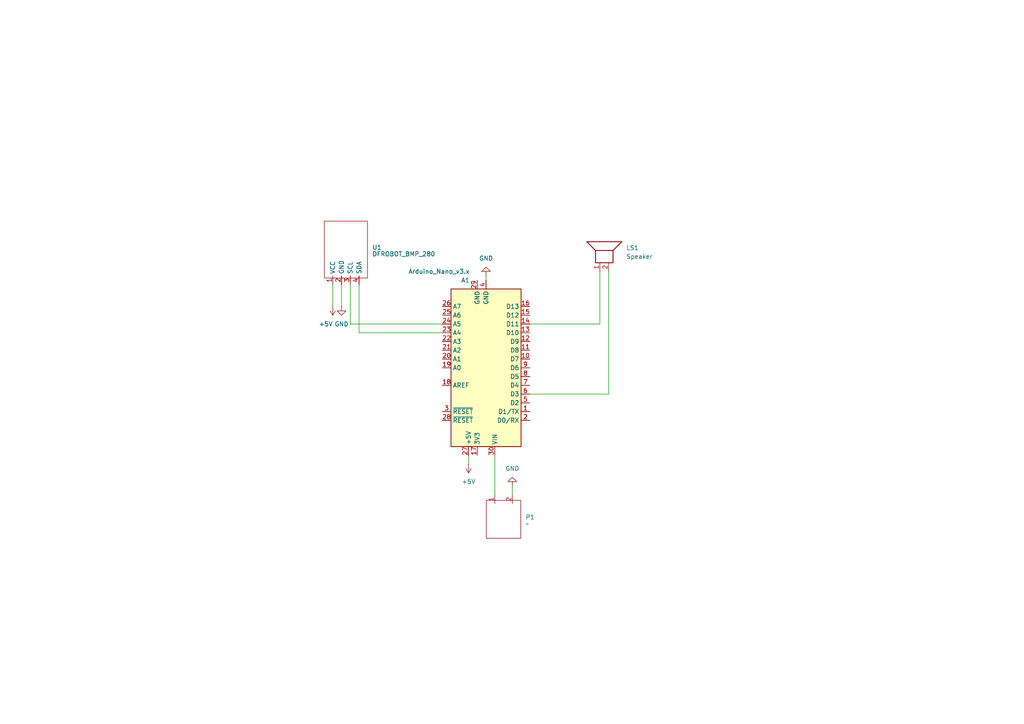
<source format=kicad_sch>
(kicad_sch (version 20231120) (generator "eeschema") (generator_version "8.0")
  (paper "A4")
  (title_block (title "ARDI ") (date "2024-07-05") (rev "A") (comment 4 "Author: Marcus Hickel"))
  (lib_symbols
    (symbol "Ardi:DFRobot_BMP280"
      (property "Reference" "U" (at -7.62 7.366 0))
      (symbol "DFRobot_BMP280_0_1"
        (rectangle (start 8.25 6.25) (end -8.25 -6.25))
      )
      (symbol "DFRobot_BMP280_1_1"
        (pin input line (at -10.16 3.81 0) (length 2.54) (name "VCC") (number "1"))
        (pin input line (at -10.16 1.27 0) (length 2.54) (name "GND") (number "2"))
        (pin input line (at -10.16 -1.27 0) (length 2.54) (name "SCL") (number "3"))
        (pin input line (at -10.16 -3.81 0) (length 2.54) (name "SDA") (number "4"))
      )
    )
    (symbol "Ardi:TERM_BLOCK_HDR_2POS_90DEG_5MM"
      (property "Reference" "P" (at -4.318 7.112 0))
      (symbol "TERM_BLOCK_HDR_2POS_90DEG_5MM_0_1"
        (rectangle (start -5 6) (end 5 -5))
      )
      (symbol "TERM_BLOCK_HDR_2POS_90DEG_5MM_1_1"
        (pin input line (at -2.54 7.62 270) (length 2.54) (name "") (number "1"))
        (pin input line (at 2.54 7.62 270) (length 2.54) (name "") (number "2"))
      )
    )
    (symbol "Device:Speaker" (pin_names (offset 0) hide)
      (property "Reference" "LS" (at 1.27 5.715 0))
      (property "Value" "Speaker" (at 1.27 3.81 0))
      (symbol "Speaker_0_0"
        (rectangle (start -2.54 1.27) (end 1.016 -3.81) (stroke (width 0.254)))
        (polyline (pts (xy 1.016 1.27) (xy 3.556 3.81) (xy 3.556 -6.35) (xy 1.016 -3.81)) (stroke (width 0.254)))
      )
      (symbol "Speaker_1_1"
        (pin input line (at -5.08 0 0) (length 2.54) (name "1") (number "1"))
        (pin input line (at -5.08 -2.54 0) (length 2.54) (name "2") (number "2"))
      )
    )
    (symbol "MCU_Module:Arduino_Nano_v3.x"
      (property "Reference" "A" (at -10.16 23.495 0))
      (property "Value" "Arduino_Nano_v3.x" (at 5.08 -24.13 0))
      (symbol "Arduino_Nano_v3.x_0_1"
        (rectangle (start -10.16 22.86) (end 10.16 -22.86) (stroke (width 0.254)) (fill (type background)))
      )
      (symbol "Arduino_Nano_v3.x_1_1"
        (pin bidirectional line (at -12.7 12.7 0) (length 2.54) (name "D1/TX") (number "1"))
        (pin bidirectional line (at -12.7 -2.54 0) (length 2.54) (name "D7") (number "10"))
        (pin bidirectional line (at -12.7 -5.08 0) (length 2.54) (name "D8") (number "11"))
        (pin bidirectional line (at -12.7 -7.62 0) (length 2.54) (name "D9") (number "12"))
        (pin bidirectional line (at -12.7 -10.16 0) (length 2.54) (name "D10") (number "13"))
        (pin bidirectional line (at -12.7 -12.7 0) (length 2.54) (name "D11") (number "14"))
        (pin bidirectional line (at -12.7 -15.24 0) (length 2.54) (name "D12") (number "15"))
        (pin bidirectional line (at -12.7 -17.78 0) (length 2.54) (name "D13") (number "16"))
        (pin power_out line (at 2.54 25.4 270) (length 2.54) (name "3V3") (number "17"))
        (pin input line (at 12.7 5.08 180) (length 2.54) (name "AREF") (number "18"))
        (pin bidirectional line (at 12.7 0 180) (length 2.54) (name "A0") (number "19"))
        (pin bidirectional line (at -12.7 15.24 0) (length 2.54) (name "D0/RX") (number "2"))
        (pin bidirectional line (at 12.7 -2.54 180) (length 2.54) (name "A1") (number "20"))
        (pin bidirectional line (at 12.7 -5.08 180) (length 2.54) (name "A2") (number "21"))
        (pin bidirectional line (at 12.7 -7.62 180) (length 2.54) (name "A3") (number "22"))
        (pin bidirectional line (at 12.7 -10.16 180) (length 2.54) (name "A4") (number "23"))
        (pin bidirectional line (at 12.7 -12.7 180) (length 2.54) (name "A5") (number "24"))
        (pin bidirectional line (at 12.7 -15.24 180) (length 2.54) (name "A6") (number "25"))
        (pin bidirectional line (at 12.7 -17.78 180) (length 2.54) (name "A7") (number "26"))
        (pin power_out line (at 5.08 25.4 270) (length 2.54) (name "+5V") (number "27"))
        (pin input line (at 12.7 15.24 180) (length 2.54) (name "~{RESET}") (number "28"))
        (pin power_in line (at 2.54 -25.4 90) (length 2.54) (name "GND") (number "29"))
        (pin input line (at 12.7 12.7 180) (length 2.54) (name "~{RESET}") (number "3"))
        (pin power_in line (at -2.54 25.4 270) (length 2.54) (name "VIN") (number "30"))
        (pin power_in line (at 0 -25.4 90) (length 2.54) (name "GND") (number "4"))
        (pin bidirectional line (at -12.7 10.16 0) (length 2.54) (name "D2") (number "5"))
        (pin bidirectional line (at -12.7 7.62 0) (length 2.54) (name "D3") (number "6"))
        (pin bidirectional line (at -12.7 5.08 0) (length 2.54) (name "D4") (number "7"))
        (pin bidirectional line (at -12.7 2.54 0) (length 2.54) (name "D5") (number "8"))
        (pin bidirectional line (at -12.7 0 0) (length 2.54) (name "D6") (number "9"))
      )
    )
    (symbol "power:+5V" (power) (pin_numbers hide) (pin_names (offset 0) hide)
      (property "Value" "+5V" (at 0 3.556 0))
      (symbol "+5V_0_1"
        (polyline (pts (xy -0.762 1.27) (xy 0 2.54)))
        (polyline (pts (xy 0 0) (xy 0 2.54)))
        (polyline (pts (xy 0 2.54) (xy 0.762 1.27)))
      )
      (symbol "+5V_1_1"
        (pin power_in line (at 0 0 90) (length 0) (name "~") (number "1"))
      )
    )
    (symbol "power:GND" (power) (pin_numbers hide) (pin_names (offset 0) hide)
      (property "Value" "GND" (at 0 -3.81 0))
      (symbol "GND_0_1"
        (polyline (pts (xy 0 0) (xy 0 -1.27) (xy 1.27 -1.27) (xy 0 -2.54) (xy -1.27 -1.27) (xy 0 -1.27)))
      )
      (symbol "GND_1_1"
        (pin power_in line (at 0 0 270) (length 0) (name "~") (number "1"))
      )
    )
  )
  (wire (pts (xy 140.97 81.28) (xy 140.97 80.01)))
  (wire (pts (xy 176.53 78.74) (xy 176.53 114.3)))
  (wire (pts (xy 148.59 140.97) (xy 148.59 143.51)))
  (wire (pts (xy 101.6 82.55) (xy 101.6 93.98)))
  (wire (pts (xy 104.14 96.52) (xy 128.27 96.52)))
  (wire (pts (xy 173.99 93.98) (xy 153.67 93.98)))
  (wire (pts (xy 173.99 78.74) (xy 173.99 93.98)))
  (wire (pts (xy 135.89 132.08) (xy 135.89 134.62)))
  (wire (pts (xy 101.6 93.98) (xy 128.27 93.98)))
  (wire (pts (xy 96.52 82.55) (xy 96.52 88.9)))
  (wire (pts (xy 104.14 82.55) (xy 104.14 96.52)))
  (wire (pts (xy 143.51 132.08) (xy 143.51 143.51)))
  (wire (pts (xy 176.53 114.3) (xy 153.67 114.3)))
  (wire (pts (xy 99.06 82.55) (xy 99.06 88.9)))
  (symbol (lib_id "power:GND") (at 148.59 140.97 180) (unit 1)
    (property "Reference" "#PWR06" (effects (hide yes)))
    (property "Value" "GND" (at 148.59 135.89 0))
    (property "Description" "Power symbol creates a global label with name \"GND\" , ground" (effects (hide yes)))
  )
  (symbol (lib_id "MCU_Module:Arduino_Nano_v3.x") (at 140.97 106.68 180) (unit 1)
    (property "Reference" "A1" (at 136.2359 81.28 0) (effects (justify left)))
    (property "Value" "Arduino_Nano_v3.x" (at 136.2359 78.74 0) (effects (justify left)))
    (property "Footprint" "Module:Arduino_Nano" (effects (hide yes)))
    (property "Datasheet" "http://www.mouser.com/pdfdocs/Gravitech_Arduino_Nano3_0.pdf" (effects (hide yes)))
    (property "Description" "Arduino Nano v3.x" (effects (hide yes)))
  )
  (symbol (lib_id "Ardi:DFRobot_BMP280") (at 100.33 72.39 90) (unit 1)
    (property "Reference" "U1" (at 107.95 71.7549 90) (effects (justify right)))
    (property "Value" "DFROBOT_BMP_280" (at 107.95 73.66 90) (effects (justify right)))
    (property "Footprint" "Ardi:DFROBOT_BMP280" (effects (hide yes)))
  )
  (symbol (lib_id "Device:Speaker") (at 173.99 73.66 90) (unit 1)
    (property "Reference" "LS1" (at 181.61 71.8819 90) (effects (justify right)))
    (property "Value" "Speaker" (at 181.61 74.4219 90) (effects (justify right)))
    (property "Footprint" "Ardi:AT-1224-TWT-5V-2-R" (effects (hide yes)))
    (property "Description" "Speaker" (effects (hide yes)))
  )
  (symbol (lib_id "power:GND") (at 140.97 80.01 180) (unit 1)
    (property "Reference" "#PWR01" (effects (hide yes)))
    (property "Value" "GND" (at 140.97 74.93 0))
    (property "Description" "Power symbol creates a global label with name \"GND\" , ground" (effects (hide yes)))
  )
  (symbol (lib_id "Ardi:TERM_BLOCK_HDR_2POS_90DEG_5MM") (at 146.05 151.13 0) (unit 1)
    (property "Reference" "P1" (at 152.4 149.9949 0) (effects (justify left)))
    (property "Value" "~" (at 152.4 151.9 0) (effects (justify left)))
    (property "Footprint" "Ardi:TERM BLOCK HDR 2POS 90DEG 5MM" (effects (hide yes)))
  )
  (symbol (lib_id "power:GND") (at 99.06 88.9 0) (unit 1)
    (property "Reference" "#PWR03" (effects (hide yes)))
    (property "Value" "GND" (at 99.06 93.98 0))
    (property "Description" "Power symbol creates a global label with name \"GND\" , ground" (effects (hide yes)))
  )
  (symbol (lib_id "power:+5V") (at 135.89 134.62 180) (unit 1)
    (property "Reference" "#PWR05" (effects (hide yes)))
    (property "Value" "+5V" (at 135.89 139.7 0))
    (property "Description" "Power symbol creates a global label with name \"+5V\"" (effects (hide yes)))
  )
  (symbol (lib_id "power:+5V") (at 96.52 88.9 180) (unit 1)
    (property "Reference" "#PWR04" (effects (hide yes)))
    (property "Value" "+5V" (at 94.488 93.98 0))
    (property "Description" "Power symbol creates a global label with name \"+5V\"" (effects (hide yes)))
  )
)
</source>
